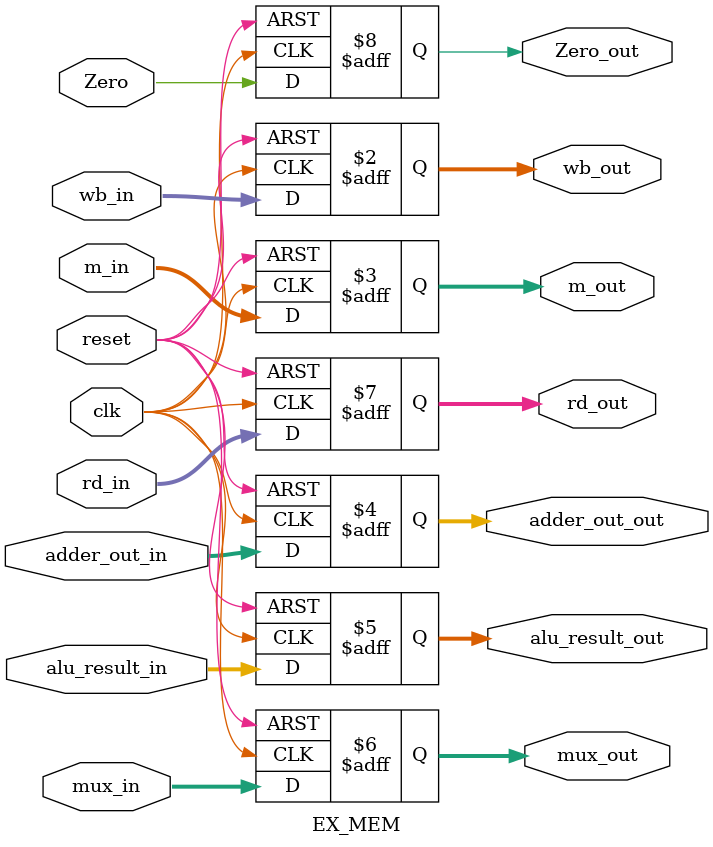
<source format=v>
module EX_MEM
(
  input [1:0]wb_in,
  input [2:0]m_in,
  input [63:0]adder_out_in,
  input [63:0]alu_result_in,
  input [63:0]mux_in,
  input [4:0]rd_in,
  input clk,
  input Zero,
  input reset,
  output reg [1:0]wb_out,
  output reg [2:0]m_out,
  output reg [63:0]adder_out_out,
  output reg [63:0]alu_result_out,
  output reg [63:0]mux_out,
  output reg [4:0] rd_out,
  output reg Zero_out
);

always @(posedge clk, posedge reset)
begin
  if (reset)
    begin
      wb_out = 0;
      m_out = 0;
      adder_out_out = 0;
      alu_result_out = 0;
      mux_out = 0;
      rd_out = 0;
      Zero_out = 1'b0;
    end
  else
    begin
      wb_out = wb_in;
      m_out = m_in;
      adder_out_out = adder_out_in;
      alu_result_out = alu_result_in;
      mux_out = mux_in;
      rd_out = rd_in;
      Zero_out = Zero;
    end
end
endmodule
</source>
